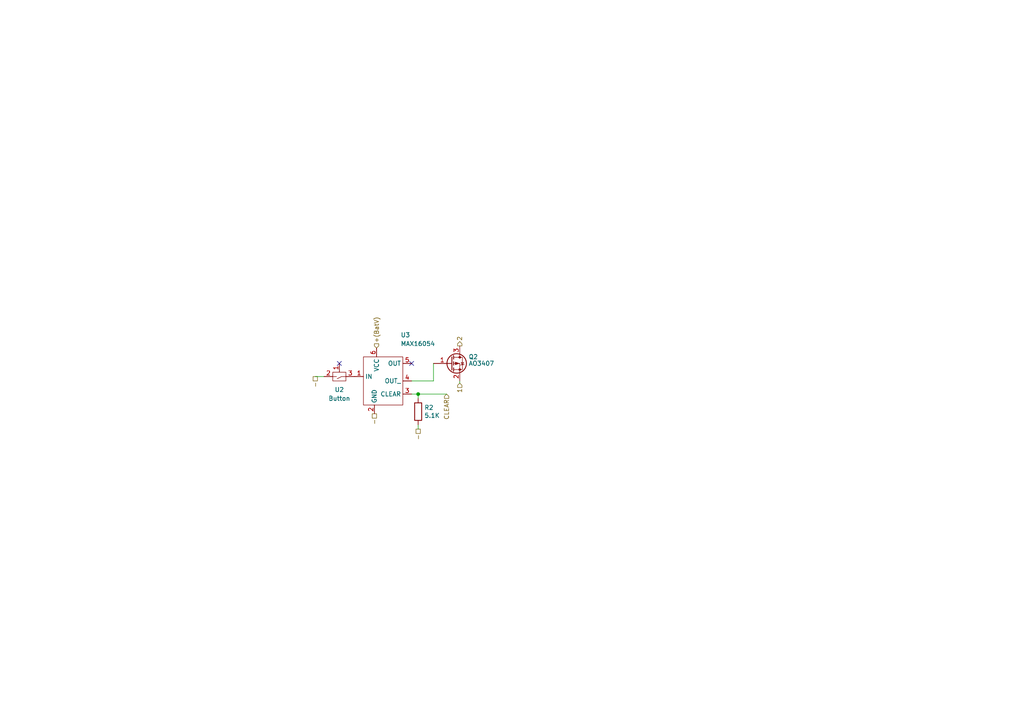
<source format=kicad_sch>
(kicad_sch (version 20211123) (generator eeschema)

  (uuid c4214b41-0a1b-4295-ade8-88ffe8d7857e)

  (paper "A4")

  (lib_symbols
    (symbol "Device:R" (pin_numbers hide) (pin_names (offset 0)) (in_bom yes) (on_board yes)
      (property "Reference" "R" (id 0) (at 2.032 0 90)
        (effects (font (size 1.27 1.27)))
      )
      (property "Value" "R" (id 1) (at 0 0 90)
        (effects (font (size 1.27 1.27)))
      )
      (property "Footprint" "" (id 2) (at -1.778 0 90)
        (effects (font (size 1.27 1.27)) hide)
      )
      (property "Datasheet" "~" (id 3) (at 0 0 0)
        (effects (font (size 1.27 1.27)) hide)
      )
      (property "ki_keywords" "R res resistor" (id 4) (at 0 0 0)
        (effects (font (size 1.27 1.27)) hide)
      )
      (property "ki_description" "Resistor" (id 5) (at 0 0 0)
        (effects (font (size 1.27 1.27)) hide)
      )
      (property "ki_fp_filters" "R_*" (id 6) (at 0 0 0)
        (effects (font (size 1.27 1.27)) hide)
      )
      (symbol "R_0_1"
        (rectangle (start -1.016 -2.54) (end 1.016 2.54)
          (stroke (width 0.254) (type default) (color 0 0 0 0))
          (fill (type none))
        )
      )
      (symbol "R_1_1"
        (pin passive line (at 0 3.81 270) (length 1.27)
          (name "~" (effects (font (size 1.27 1.27))))
          (number "1" (effects (font (size 1.27 1.27))))
        )
        (pin passive line (at 0 -3.81 90) (length 1.27)
          (name "~" (effects (font (size 1.27 1.27))))
          (number "2" (effects (font (size 1.27 1.27))))
        )
      )
    )
    (symbol "Library:Button" (in_bom yes) (on_board yes)
      (property "Reference" "U" (id 0) (at 1.905 2.54 0)
        (effects (font (size 1.27 1.27)))
      )
      (property "Value" "Button" (id 1) (at 1.905 1.27 0)
        (effects (font (size 1.27 1.27)))
      )
      (property "Footprint" "Library:Button" (id 2) (at 1.905 -6.35 0)
        (effects (font (size 1.27 1.27)) hide)
      )
      (property "Datasheet" "" (id 3) (at 0 0 0)
        (effects (font (size 1.27 1.27)) hide)
      )
      (symbol "Button_0_1"
        (rectangle (start 0 -0.635) (end 3.81 -3.175)
          (stroke (width 0) (type default) (color 0 0 0 0))
          (fill (type none))
        )
        (polyline
          (pts
            (xy 2.7193 -1.905)
            (xy 3.81 -1.905)
          )
          (stroke (width 0) (type default) (color 0 0 0 0))
          (fill (type none))
        )
        (polyline
          (pts
            (xy 0 -1.905)
            (xy 1.27 -1.905)
            (xy 2.54 -1.27)
          )
          (stroke (width 0) (type default) (color 0 0 0 0))
          (fill (type none))
        )
      )
      (symbol "Button_1_1"
        (pin input line (at 1.905 -5.715 90) (length 2.54)
          (name "" (effects (font (size 1.27 1.27))))
          (number "1" (effects (font (size 1.27 1.27))))
        )
        (pin input line (at 6.35 -1.905 180) (length 2.54)
          (name "" (effects (font (size 1.27 1.27))))
          (number "2" (effects (font (size 1.27 1.27))))
        )
        (pin input line (at -2.54 -1.905 0) (length 2.54)
          (name "" (effects (font (size 1.27 1.27))))
          (number "3" (effects (font (size 1.27 1.27))))
        )
      )
    )
    (symbol "Library:MAX16054" (in_bom yes) (on_board yes)
      (property "Reference" "U" (id 0) (at 4.445 -12.7 0)
        (effects (font (size 1.27 1.27)))
      )
      (property "Value" "MAX16054" (id 1) (at 8.89 -10.795 0)
        (effects (font (size 1.27 1.27)))
      )
      (property "Footprint" "" (id 2) (at 0 0 0)
        (effects (font (size 1.27 1.27)) hide)
      )
      (property "Datasheet" "" (id 3) (at 0 0 0)
        (effects (font (size 1.27 1.27)) hide)
      )
      (symbol "MAX16054_0_1"
        (rectangle (start 5.715 6.985) (end -5.715 -6.985)
          (stroke (width 0) (type default) (color 0 0 0 0))
          (fill (type none))
        )
      )
      (symbol "MAX16054_1_1"
        (pin input line (at -8.255 1.27 0) (length 2.54)
          (name "IN" (effects (font (size 1.27 1.27))))
          (number "1" (effects (font (size 1.27 1.27))))
        )
        (pin input line (at -2.54 -9.525 90) (length 2.54)
          (name "GND" (effects (font (size 1.27 1.27))))
          (number "2" (effects (font (size 1.27 1.27))))
        )
        (pin input line (at 8.255 -3.81 180) (length 2.54)
          (name "CLEAR" (effects (font (size 1.27 1.27))))
          (number "3" (effects (font (size 1.27 1.27))))
        )
        (pin input line (at 8.255 0 180) (length 2.54)
          (name "OUT_" (effects (font (size 1.27 1.27))))
          (number "4" (effects (font (size 1.27 1.27))))
        )
        (pin input line (at 8.255 5.08 180) (length 2.54)
          (name "OUT" (effects (font (size 1.27 1.27))))
          (number "5" (effects (font (size 1.27 1.27))))
        )
        (pin input line (at -1.905 9.525 270) (length 2.54)
          (name "VCC" (effects (font (size 1.27 1.27))))
          (number "6" (effects (font (size 1.27 1.27))))
        )
      )
    )
    (symbol "nrfmicro-rescue:BSS83P" (pin_names (offset 0) hide) (in_bom yes) (on_board yes)
      (property "Reference" "Q" (id 0) (at 5.08 1.905 0)
        (effects (font (size 1.27 1.27)) (justify left))
      )
      (property "Value" "BSS83P" (id 1) (at 5.08 0 0)
        (effects (font (size 1.27 1.27)) (justify left))
      )
      (property "Footprint" "TO_SOT_Packages_SMD:SOT-23" (id 2) (at 5.08 -1.905 0)
        (effects (font (size 1.27 1.27) italic) (justify left) hide)
      )
      (property "Datasheet" "" (id 3) (at 0 0 0)
        (effects (font (size 1.27 1.27)) (justify left) hide)
      )
      (property "ki_fp_filters" "SOT?23*" (id 4) (at 0 0 0)
        (effects (font (size 1.27 1.27)) hide)
      )
      (symbol "BSS83P_0_1"
        (polyline
          (pts
            (xy 0 0)
            (xy 0.254 0)
          )
          (stroke (width 0) (type default) (color 0 0 0 0))
          (fill (type none))
        )
        (polyline
          (pts
            (xy 0.762 -1.778)
            (xy 2.54 -1.778)
          )
          (stroke (width 0) (type default) (color 0 0 0 0))
          (fill (type none))
        )
        (polyline
          (pts
            (xy 0.762 -1.27)
            (xy 0.762 -2.286)
          )
          (stroke (width 0.254) (type default) (color 0 0 0 0))
          (fill (type none))
        )
        (polyline
          (pts
            (xy 0.762 0)
            (xy 2.54 0)
          )
          (stroke (width 0) (type default) (color 0 0 0 0))
          (fill (type none))
        )
        (polyline
          (pts
            (xy 0.762 0.508)
            (xy 0.762 -0.508)
          )
          (stroke (width 0.254) (type default) (color 0 0 0 0))
          (fill (type none))
        )
        (polyline
          (pts
            (xy 0.762 1.778)
            (xy 2.54 1.778)
          )
          (stroke (width 0) (type default) (color 0 0 0 0))
          (fill (type none))
        )
        (polyline
          (pts
            (xy 0.762 2.286)
            (xy 0.762 1.27)
          )
          (stroke (width 0.254) (type default) (color 0 0 0 0))
          (fill (type none))
        )
        (polyline
          (pts
            (xy 2.54 -1.778)
            (xy 2.54 -2.54)
          )
          (stroke (width 0) (type default) (color 0 0 0 0))
          (fill (type none))
        )
        (polyline
          (pts
            (xy 2.54 -1.778)
            (xy 2.54 0)
          )
          (stroke (width 0) (type default) (color 0 0 0 0))
          (fill (type none))
        )
        (polyline
          (pts
            (xy 2.54 2.54)
            (xy 2.54 1.778)
          )
          (stroke (width 0) (type default) (color 0 0 0 0))
          (fill (type none))
        )
        (polyline
          (pts
            (xy 0.254 1.905)
            (xy 0.254 -1.905)
            (xy 0.254 -1.905)
          )
          (stroke (width 0.254) (type default) (color 0 0 0 0))
          (fill (type none))
        )
        (polyline
          (pts
            (xy 2.286 0)
            (xy 1.27 -0.381)
            (xy 1.27 0.381)
            (xy 2.286 0)
          )
          (stroke (width 0) (type default) (color 0 0 0 0))
          (fill (type outline))
        )
        (polyline
          (pts
            (xy 2.54 -1.778)
            (xy 3.302 -1.778)
            (xy 3.302 1.778)
            (xy 2.54 1.778)
          )
          (stroke (width 0) (type default) (color 0 0 0 0))
          (fill (type none))
        )
        (polyline
          (pts
            (xy 2.794 -0.508)
            (xy 2.921 -0.381)
            (xy 3.683 -0.381)
            (xy 3.81 -0.254)
          )
          (stroke (width 0) (type default) (color 0 0 0 0))
          (fill (type none))
        )
        (polyline
          (pts
            (xy 3.302 -0.381)
            (xy 2.921 0.254)
            (xy 3.683 0.254)
            (xy 3.302 -0.381)
          )
          (stroke (width 0) (type default) (color 0 0 0 0))
          (fill (type none))
        )
        (circle (center 1.651 0) (radius 2.8194)
          (stroke (width 0.254) (type default) (color 0 0 0 0))
          (fill (type none))
        )
        (circle (center 2.54 -1.778) (radius 0.2794)
          (stroke (width 0) (type default) (color 0 0 0 0))
          (fill (type outline))
        )
        (circle (center 2.54 1.778) (radius 0.2794)
          (stroke (width 0) (type default) (color 0 0 0 0))
          (fill (type outline))
        )
      )
      (symbol "BSS83P_1_1"
        (pin input line (at -5.08 0 0) (length 5.08)
          (name "G" (effects (font (size 1.27 1.27))))
          (number "1" (effects (font (size 1.27 1.27))))
        )
        (pin passive line (at 2.54 -5.08 90) (length 2.54)
          (name "S" (effects (font (size 1.27 1.27))))
          (number "2" (effects (font (size 1.27 1.27))))
        )
        (pin passive line (at 2.54 5.08 270) (length 2.54)
          (name "D" (effects (font (size 1.27 1.27))))
          (number "3" (effects (font (size 1.27 1.27))))
        )
      )
    )
  )

  (junction (at 121.285 114.3) (diameter 0) (color 0 0 0 0)
    (uuid 28f5af78-c8e0-4fe2-bc13-816017f7407c)
  )

  (no_connect (at 119.38 105.41) (uuid ab5be492-0c14-4da4-a58e-f1df67f4fa40))
  (no_connect (at 98.425 105.41) (uuid b03292b9-ce80-493a-af7d-09e2c4eba398))

  (wire (pts (xy 121.285 114.3) (xy 121.285 115.57))
    (stroke (width 0) (type default) (color 0 0 0 0))
    (uuid 058cfcd3-bda1-4e93-a45b-81ea0882de2c)
  )
  (wire (pts (xy 93.98 109.22) (xy 91.44 109.22))
    (stroke (width 0) (type default) (color 0 0 0 0))
    (uuid 5d8119a8-d98e-4c8d-bd33-d05b1643244f)
  )
  (wire (pts (xy 121.285 123.19) (xy 121.285 124.46))
    (stroke (width 0) (type default) (color 0 0 0 0))
    (uuid a8e81372-5ff9-4dfe-939b-4071c48933b2)
  )
  (wire (pts (xy 125.73 105.41) (xy 125.73 110.49))
    (stroke (width 0) (type default) (color 0 0 0 0))
    (uuid bd8844d4-be1f-4c0b-864b-81ad46a61de2)
  )
  (wire (pts (xy 121.285 114.3) (xy 119.38 114.3))
    (stroke (width 0) (type default) (color 0 0 0 0))
    (uuid bef85f90-696c-491a-9fbd-11059295230a)
  )
  (wire (pts (xy 121.285 114.3) (xy 129.54 114.3))
    (stroke (width 0) (type default) (color 0 0 0 0))
    (uuid c31dba19-a48d-4b35-9baf-c88b918761c2)
  )
  (wire (pts (xy 133.35 111.125) (xy 133.35 110.49))
    (stroke (width 0) (type default) (color 0 0 0 0))
    (uuid ceec1802-e303-423f-9a27-3dbb9ade682a)
  )
  (wire (pts (xy 125.73 110.49) (xy 119.38 110.49))
    (stroke (width 0) (type default) (color 0 0 0 0))
    (uuid ef655949-6b0c-493d-aea8-341087c52d87)
  )

  (hierarchical_label "-" (shape passive) (at 108.585 120.015 270)
    (effects (font (size 1.27 1.27)) (justify right))
    (uuid 10204572-845f-46ce-83eb-d4ec95395ab7)
  )
  (hierarchical_label "-" (shape passive) (at 91.44 109.22 270)
    (effects (font (size 1.27 1.27)) (justify right))
    (uuid 4acd1368-65da-46cf-852e-066e7c181f02)
  )
  (hierarchical_label "2" (shape output) (at 133.35 100.33 90)
    (effects (font (size 1.27 1.27)) (justify left))
    (uuid 4db0c94e-c142-4f15-bcf7-88feea36cab5)
  )
  (hierarchical_label "+(BatV)" (shape input) (at 109.22 100.965 90)
    (effects (font (size 1.27 1.27)) (justify left))
    (uuid 58c28af8-1f22-44f5-89b0-c008e0fa966a)
  )
  (hierarchical_label "CLEAR" (shape input) (at 129.54 114.3 270)
    (effects (font (size 1.27 1.27)) (justify right))
    (uuid b194960f-bfe3-4604-8110-0ab995b2e92e)
  )
  (hierarchical_label "1" (shape input) (at 133.35 111.125 270)
    (effects (font (size 1.27 1.27)) (justify right))
    (uuid e345b0bb-4e12-4268-8d72-b13e265a05b9)
  )
  (hierarchical_label "-" (shape passive) (at 121.285 124.46 270)
    (effects (font (size 1.27 1.27)) (justify right))
    (uuid e8d2c69d-a4b0-4aa2-85ea-6d87c7408d49)
  )

  (symbol (lib_id "nrfmicro-rescue:BSS83P") (at 130.81 105.41 0) (unit 1)
    (in_bom yes) (on_board yes)
    (uuid 242c27ea-e9b7-4403-b1ea-0920232bf49f)
    (property "Reference" "Q2" (id 0) (at 135.89 103.505 0)
      (effects (font (size 1.27 1.27)) (justify left))
    )
    (property "Value" "AO3407" (id 1) (at 135.89 105.41 0)
      (effects (font (size 1.27 1.27)) (justify left))
    )
    (property "Footprint" "Package_TO_SOT_SMD:SOT-23" (id 2) (at 135.89 107.315 0)
      (effects (font (size 1.27 1.27) italic) (justify left) hide)
    )
    (property "Datasheet" "" (id 3) (at 130.81 105.41 0)
      (effects (font (size 1.27 1.27)) (justify left) hide)
    )
    (pin "1" (uuid 37289394-b40e-4ea9-99c9-73aefd573f74))
    (pin "2" (uuid 71b78351-865b-4ca0-b2a7-d52aa48e4cd7))
    (pin "3" (uuid 37c7e8be-2442-45d8-a812-d485fe7fa076))
  )

  (symbol (lib_id "Device:R") (at 121.285 119.38 0) (unit 1)
    (in_bom yes) (on_board yes)
    (uuid 2cddfcf6-8648-40d2-925e-ac928867f918)
    (property "Reference" "R2" (id 0) (at 123.063 118.2116 0)
      (effects (font (size 1.27 1.27)) (justify left))
    )
    (property "Value" "5.1K" (id 1) (at 123.063 120.523 0)
      (effects (font (size 1.27 1.27)) (justify left))
    )
    (property "Footprint" "Resistor_SMD:R_0402_1005Metric" (id 2) (at 119.507 119.38 90)
      (effects (font (size 1.27 1.27)) hide)
    )
    (property "Datasheet" "~" (id 3) (at 121.285 119.38 0)
      (effects (font (size 1.27 1.27)) hide)
    )
    (pin "1" (uuid 63dcf297-07e1-464a-b0d1-aab0cb8c2070))
    (pin "2" (uuid 57159de2-8dd6-4f65-890d-f44e3757475b))
  )

  (symbol (lib_id "Library:Button") (at 100.33 111.125 180) (unit 1)
    (in_bom yes) (on_board yes) (fields_autoplaced)
    (uuid 7ec7fc17-1e06-4dd3-9461-1486ac1e5697)
    (property "Reference" "U2" (id 0) (at 98.425 113.03 0))
    (property "Value" "Button" (id 1) (at 98.425 115.57 0))
    (property "Footprint" "Library:Button" (id 2) (at 98.425 104.775 0)
      (effects (font (size 1.27 1.27)) hide)
    )
    (property "Datasheet" "" (id 3) (at 100.33 111.125 0)
      (effects (font (size 1.27 1.27)) hide)
    )
    (pin "1" (uuid 415c4335-e2d9-4a95-a885-a8519eca6bc3))
    (pin "2" (uuid bcabc37b-452d-4cff-9b10-1ba93da666bb))
    (pin "3" (uuid 6d16a918-99dc-4956-a1bc-4f88024ac0b1))
  )

  (symbol (lib_id "Library:MAX16054") (at 111.125 110.49 0) (unit 1)
    (in_bom yes) (on_board yes)
    (uuid 878e4288-4727-4666-b73f-b95b92c2344e)
    (property "Reference" "U3" (id 0) (at 116.205 97.155 0)
      (effects (font (size 1.27 1.27)) (justify left))
    )
    (property "Value" "MAX16054" (id 1) (at 116.205 99.695 0)
      (effects (font (size 1.27 1.27)) (justify left))
    )
    (property "Footprint" "Package_TO_SOT_SMD:SOT-23-6" (id 2) (at 111.125 110.49 0)
      (effects (font (size 1.27 1.27)) hide)
    )
    (property "Datasheet" "" (id 3) (at 111.125 110.49 0)
      (effects (font (size 1.27 1.27)) hide)
    )
    (pin "1" (uuid b0a9c105-d3e6-4bcd-a6a5-595aba9571f3))
    (pin "2" (uuid c31240d2-8019-4448-81ad-c591148dbf19))
    (pin "3" (uuid a061b132-ba12-4253-9e3f-963bbf9a681e))
    (pin "4" (uuid 1e3c56ce-f12d-47aa-9705-c996e177cb9c))
    (pin "5" (uuid ffd27c52-7b4c-4113-b4d5-b4f54ce12944))
    (pin "6" (uuid bdde6481-ca64-4127-8203-24acffa7f812))
  )
)

</source>
